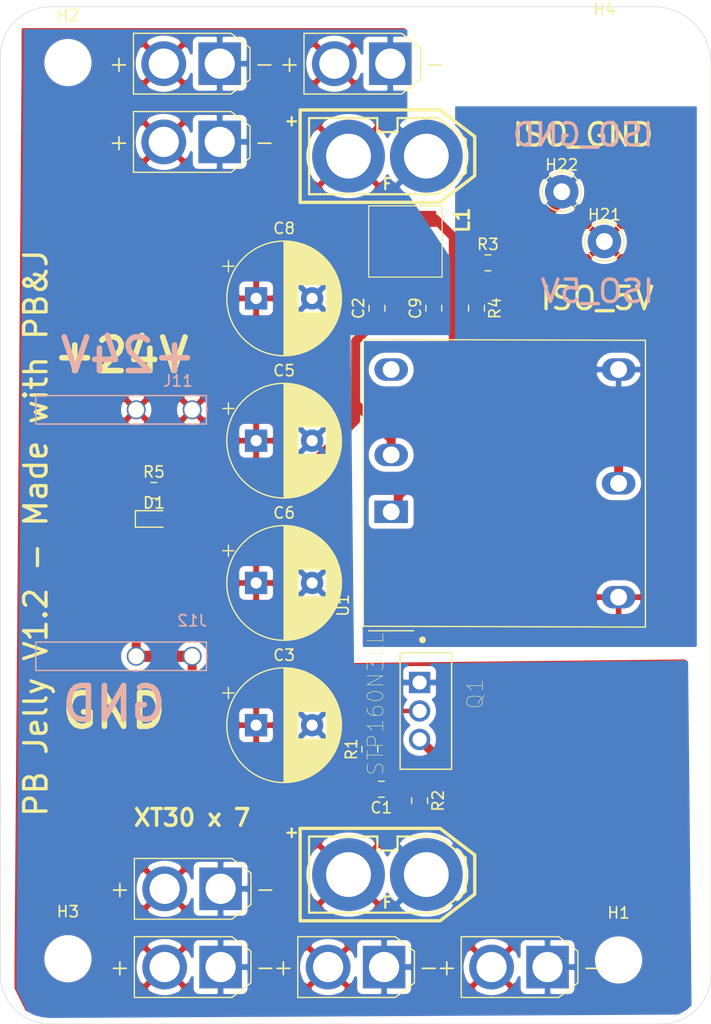
<source format=kicad_pcb>
(kicad_pcb (version 20171130) (host pcbnew "(5.1.0-0)")
  (layers (0 F.Cu signal) (31 B.Cu signal) (34 B.Paste user) (35 F.Paste user) (36 B.SilkS user) (37 F.SilkS user) (38 B.Mask user hide) (39 F.Mask user hide) (44 Edge.Cuts user))
  (net 0 "")
  (net 1 GND)
  (net 2 "Net-(C1-Pad1)")
  (net 3 +24V)
  (net 4 safe-V24)
  (net 5 5V_4A)
  (net 6 ISO_GND_5V)
  (net 7 "Net-(L1-Pad2)")
  (net 8 "Net-(R3-Pad1)")
  (net 9 "Net-(U1-Pad6)")
  (net 10 "Net-(D1-Pad2)")
  (module Converter_DCDC:Converter_DCDC_TRACO_TEN20-xxxx_THT-modified (layer F.Cu) (at 55.88 78.105 90)
    (fp_text reference U1 (at -8.3566 -4.2926 270) (layer F.SilkS))
    (fp_text value THL-25-2411)
    (pad 6 thru_hole oval (at 12.7 0 180) (size 3 2) (drill 1.5) (layers *.Cu *.Mask) (net 9 "Net-(U1-Pad6)"))
    (pad 4 thru_hole oval (at 2.54 20.32 180) (size 3 2) (drill 1.5) (layers *.Cu *.Mask) (net 8 "Net-(R3-Pad1)"))
    (pad 1 thru_hole rect (at 0 0 180) (size 3 2) (drill 1.5) (layers *.Cu *.Mask) (net 7 "Net-(L1-Pad2)"))
    (pad 2 thru_hole oval (at 5.08 0 180) (size 3 2) (drill 1.5) (layers *.Cu *.Mask) (net 1 GND))
    (pad 3 thru_hole oval (at -7.62 20.32 180) (size 3 2) (drill 1.5) (layers *.Cu *.Mask) (net 5 5V_4A))
    (pad 5 thru_hole oval (at 12.7 20.32 180) (size 3 2) (drill 1.5) (layers *.Cu *.Mask) (net 6 ISO_GND_5V))
  )
  (module TestPoint:TestPoint_THTPad_D3.0mm_Drill1.5mm (layer F.Cu) (at 71.12 49.53)
    (fp_text reference H22 (at 0 -2.398) (layer F.SilkS))
    (fp_text value MountingHole_Pad)
    (pad 1 thru_hole circle (at 0 0) (size 3 3) (drill 1.5) (layers *.Cu *.Mask) (net 6 ISO_GND_5V))
  )
  (module TestPoint:TestPoint_THTPad_D3.0mm_Drill1.5mm (layer F.Cu) (at 74.93 53.975)
    (fp_text reference H21 (at 0 -2.398) (layer F.SilkS))
    (fp_text value MountingHole_Pad)
    (pad 1 thru_hole circle (at 0 0) (size 3 3) (drill 1.5) (layers *.Cu *.Mask) (net 5 5V_4A))
  )
  (module MountingHole:MountingHole_3.2mm_M3 (layer F.Cu) (at 74.93 37.465)
    (fp_text reference H4 (at 0 -4.2) (layer F.SilkS))
    (fp_text value MountingHole)
    (pad 1 np_thru_hole circle (at 0 0) (size 3.2 3.2) (drill 3.2) (layers *.Cu *.Mask))
  )
  (module Resistor_SMD:R_0805_2012Metric_Pad1.15x1.40mm_HandSolder (layer F.Cu) (at 63.5 59.935 270)
    (fp_text reference R4 (at 0 -1.65 270) (layer F.SilkS))
    (fp_text value OP)
    (pad 2 smd roundrect (at 1.025 0 270) (size 1.15 1.4) (layers F.Cu F.Paste F.Mask) (roundrect_rratio 0.217391) (net 5 5V_4A))
    (pad 1 smd roundrect (at -1.025 0 270) (size 1.15 1.4) (layers F.Cu F.Paste F.Mask) (roundrect_rratio 0.217391) (net 8 "Net-(R3-Pad1)"))
  )
  (module Resistor_SMD:R_0805_2012Metric_Pad1.15x1.40mm_HandSolder (layer F.Cu) (at 64.525 55.88)
    (fp_text reference R3 (at 0 -1.65) (layer F.SilkS))
    (fp_text value OP)
    (pad 2 smd roundrect (at 1.025 0) (size 1.15 1.4) (layers F.Cu F.Paste F.Mask) (roundrect_rratio 0.217391) (net 6 ISO_GND_5V))
    (pad 1 smd roundrect (at -1.025 0) (size 1.15 1.4) (layers F.Cu F.Paste F.Mask) (roundrect_rratio 0.217391) (net 8 "Net-(R3-Pad1)"))
  )
  (module LED_SMD:LED_0603_1608Metric_Pad1.05x0.95mm_HandSolder (layer F.Cu) (at 34.685 78.74)
    (fp_text reference D1 (at 0 -1.43) (layer F.SilkS))
    (fp_text value LED)
    (pad 2 smd roundrect (at 0.875 0) (size 1.05 0.95) (layers F.Cu F.Paste F.Mask) (net 10 "Net-(D1-Pad2)"))
    (pad 1 smd roundrect (at -0.875 0) (size 1.05 0.95) (layers F.Cu F.Paste F.Mask) (net 1 GND))
  )
  (module Resistor_SMD:R_0805_2012Metric_Pad1.15x1.40mm_HandSolder (layer F.Cu) (at 34.68 76.2)
    (fp_text reference R5 (at 0 -1.65) (layer F.SilkS))
    (fp_text value 10K)
    (pad 2 smd roundrect (at 1.025 0) (size 1.15 1.4) (layers F.Cu F.Paste F.Mask) (roundrect_rratio 0.217391) (net 10 "Net-(D1-Pad2)"))
    (pad 1 smd roundrect (at -1.025 0) (size 1.15 1.4) (layers F.Cu F.Paste F.Mask) (roundrect_rratio 0.217391) (net 3 +24V))
  )
  (module innductor_special:XEL6060-152MEC (layer F.Cu) (at 57.15 53.975 90)
    (fp_text reference L1 (at 1.905 5.08 90) (layer F.SilkS) (effects (font (size 1.27 1.27) (thickness 0.254))))
    (fp_text value INDUCTOR hide)
    (pad 2 smd rect (at 2.02 0 90) (size 1.43 5.5) (layers F.Cu F.Paste) (net 7 "Net-(L1-Pad2)"))
    (pad 1 smd rect (at -2.02 0 90) (size 1.43 5.5) (layers F.Cu F.Paste) (net 3 +24V))
  )
  (module MountingHole:MountingHole_3.2mm_M3 (layer F.Cu) (at 27 118)
    (fp_text reference H3 (at 0 -4.2) (layer F.SilkS))
    (fp_text value MountingHole)
    (pad 1 np_thru_hole circle (at 0 0) (size 3.2 3.2) (drill 3.2) (layers *.Cu *.Mask))
  )
  (module MountingHole:MountingHole_3.2mm_M3 (layer F.Cu) (at 27 38)
    (fp_text reference H2 (at 0 -4.2) (layer F.SilkS))
    (fp_text value MountingHole)
    (pad 1 np_thru_hole circle (at 0 0) (size 3.2 3.2) (drill 3.2) (layers *.Cu *.Mask))
  )
  (module MountingHole:MountingHole_3.2mm_M3 (layer F.Cu) (at 76.2 118.11)
    (fp_text reference H1 (at 0 -4.2) (layer F.SilkS))
    (fp_text value MountingHole)
    (pad 1 np_thru_hole circle (at 0 0) (size 3.2 3.2) (drill 3.2) (layers *.Cu *.Mask))
  )
  (module Connector:battery_conector_powerpack (layer F.Cu) (at 38.1 91 180)
    (fp_text reference J12 (at 0 3.175 180) (layer B.SilkS) (effects (justify mirror)))
    (fp_text value Conn_01x02_Female)
    (pad 2 thru_hole circle (at 5 0 180) (size 1.7 1.7) (drill 1.3) (layers *.Cu *.Mask) (net 1 GND))
    (pad 1 thru_hole circle (at 0 0 180) (size 1.7 1.7) (drill 1.3) (layers *.Cu *.Mask) (net 1 GND))
  )
  (module Connector:battery_conector_powerpack (layer F.Cu) (at 38.1 69 180)
    (fp_text reference J11 (at 1.27 2.58 180) (layer B.SilkS))
    (fp_text value Conn_01x02_Female)
    (pad 2 thru_hole circle (at 5 0 180) (size 1.7 1.7) (drill 1.3) (layers *.Cu *.Mask) (net 3 +24V))
    (pad 1 thru_hole circle (at 0 0 180) (size 1.7 1.7) (drill 1.3) (layers *.Cu *.Mask) (net 3 +24V))
  )
  (module Capacitor_SMD:C_0805_2012Metric_Pad1.15x1.40mm_HandSolder (layer F.Cu) (at 59.69 59.935 90)
    (fp_text reference C9 (at 0 -1.65 90) (layer F.SilkS))
    (fp_text value 3.3UF)
    (pad 2 smd roundrect (at 1.025 0 90) (size 1.15 1.4) (layers F.Cu F.Paste F.Mask) (roundrect_rratio 0.217391) (net 3 +24V))
    (pad 1 smd roundrect (at -1.025 0 90) (size 1.15 1.4) (layers F.Cu F.Paste F.Mask) (roundrect_rratio 0.217391) (net 1 GND))
  )
  (module TO254P1040X460X1935-3:TO254P1040X460X1935-3 (layer F.Cu) (at 58.42 93.345 270)
    (fp_text reference Q1 (at 1.01743 -4.96597 270) (layer F.SilkS) (effects (font (size 1.40197 1.40197) (thickness 0.05))))
    (fp_text value STP160N3LL (at 1.90661 3.93433 270) (layer F.SilkS) (effects (font (size 1.40119 1.40119) (thickness 0.05))))
    (pad 3 thru_hole circle (at 5.08 0 270) (size 1.91 1.91) (drill 1.27) (layers *.Cu *.Mask) (net 1 GND))
    (pad 2 thru_hole circle (at 2.54 0 270) (size 1.91 1.91) (drill 1.27) (layers *.Cu *.Mask) (net 2 "Net-(C1-Pad1)"))
    (pad 1 thru_hole rect (at 0 0 270) (size 1.91 1.91) (drill 1.27) (layers *.Cu *.Mask) (net 4 safe-V24))
  )
  (module Resistor_SMD:R_0805_2012Metric_Pad1.15x1.40mm_HandSolder (layer F.Cu) (at 58.42 103.895 270)
    (fp_text reference R2 (at 0 -1.65 270) (layer F.SilkS))
    (fp_text value 1K)
    (pad 2 smd roundrect (at 1.025 0 270) (size 1.15 1.4) (layers F.Cu F.Paste F.Mask) (roundrect_rratio 0.217391) (net 1 GND))
    (pad 1 smd roundrect (at -1.025 0 270) (size 1.15 1.4) (layers F.Cu F.Paste F.Mask) (roundrect_rratio 0.217391) (net 2 "Net-(C1-Pad1)"))
  )
  (module Resistor_SMD:R_0805_2012Metric_Pad1.15x1.40mm_HandSolder (layer F.Cu) (at 53.975 99.305 90)
    (fp_text reference R1 (at 0 -1.65 90) (layer F.SilkS))
    (fp_text value 1K)
    (pad 2 smd roundrect (at 1.025 0 90) (size 1.15 1.4) (layers F.Cu F.Paste F.Mask) (roundrect_rratio 0.217391) (net 2 "Net-(C1-Pad1)"))
    (pad 1 smd roundrect (at -1.025 0 90) (size 1.15 1.4) (layers F.Cu F.Paste F.Mask) (roundrect_rratio 0.217391) (net 3 +24V))
  )
  (module RC-Battery-Connectors:XT-60_female (layer F.Cu) (at 55.545 46.355)
    (fp_text reference J10 hide)
    (fp_text value Conn_01x02_Female hide)
    (fp_text user + (at -8.555 -3.175) (layer F.SilkS) (effects (font (thickness 0.2))))
    (fp_text user F (at 0 2.5) (layer F.SilkS) (effects (font (thickness 0.2))))
    (pad 2 thru_hole circle (at -3.475 0) (size 6.5 6.5) (drill 4) (layers *.Cu *.Mask) (net 3 +24V))
    (pad 1 thru_hole circle (at 3.475 0) (size 6.5 6.5) (drill 4) (layers *.Cu *.Mask) (net 4 safe-V24))
  )
  (module RC-Battery-Connectors:XT-60_female (layer F.Cu) (at 55.545 110.49)
    (fp_text reference J9 hide)
    (fp_text value Conn_01x02_Female hide)
    (fp_text user + (at -8.555 -3.81) (layer F.SilkS) (effects (font (thickness 0.2))))
    (fp_text user F (at 0 2.5) (layer F.SilkS) (effects (font (thickness 0.2))))
    (pad 2 thru_hole circle (at -3.475 0) (size 6.5 6.5) (drill 4) (layers *.Cu *.Mask) (net 3 +24V))
    (pad 1 thru_hole circle (at 3.475 0) (size 6.5 6.5) (drill 4) (layers *.Cu *.Mask) (net 4 safe-V24))
  )
  (module Connector_AMASS:AMASS_XT30U-F_1x02_P5.0mm_Vertical (layer F.Cu) (at 40.56 45.085 180)
    (fp_text reference J7 hide)
    (fp_text value Conn_01x02_Female)
    (fp_text user - (at -4 0 180) (layer F.SilkS) (effects (font (size 1.5 1.5))))
    (fp_text user + (at 9 0 180) (layer F.SilkS) (effects (font (size 1.5 1.5))))
    (pad 2 thru_hole circle (at 5 0 180) (size 4 4) (drill 2.7) (layers *.Cu *.Mask) (net 3 +24V))
    (pad 1 thru_hole rect (at 0 0 180) (size 3.8 3.8) (drill 2.7) (layers *.Cu *.Mask) (net 4 safe-V24))
  )
  (module Connector_AMASS:AMASS_XT30U-F_1x02_P5.0mm_Vertical (layer F.Cu) (at 40.64 111.76 180)
    (fp_text reference J6 hide)
    (fp_text value Conn_01x02_Female)
    (fp_text user - (at -4 0 180) (layer F.SilkS) (effects (font (size 1.5 1.5))))
    (fp_text user + (at 9 0 180) (layer F.SilkS) (effects (font (size 1.5 1.5))))
    (pad 2 thru_hole circle (at 5 0 180) (size 4 4) (drill 2.7) (layers *.Cu *.Mask) (net 3 +24V))
    (pad 1 thru_hole rect (at 0 0 180) (size 3.8 3.8) (drill 2.7) (layers *.Cu *.Mask) (net 4 safe-V24))
  )
  (module Connector_AMASS:AMASS_XT30U-F_1x02_P5.0mm_Vertical (layer F.Cu) (at 55.245 118.745 180)
    (fp_text reference J5 hide)
    (fp_text value Conn_01x02_Female)
    (fp_text user - (at -4 0 180) (layer F.SilkS) (effects (font (size 1.5 1.5))))
    (fp_text user + (at 9 0 180) (layer F.SilkS) (effects (font (size 1.5 1.5))))
    (pad 2 thru_hole circle (at 5 0 180) (size 4 4) (drill 2.7) (layers *.Cu *.Mask) (net 3 +24V))
    (pad 1 thru_hole rect (at 0 0 180) (size 3.8 3.8) (drill 2.7) (layers *.Cu *.Mask) (net 4 safe-V24))
  )
  (module Connector_AMASS:AMASS_XT30U-F_1x02_P5.0mm_Vertical (layer F.Cu) (at 40.56 38.1 180)
    (fp_text reference J4 hide)
    (fp_text value Conn_01x02_Female)
    (fp_text user - (at -4 0 180) (layer F.SilkS) (effects (font (size 1.5 1.5))))
    (fp_text user + (at 9 0 180) (layer F.SilkS) (effects (font (size 1.5 1.5))))
    (pad 2 thru_hole circle (at 5 0 180) (size 4 4) (drill 2.7) (layers *.Cu *.Mask) (net 3 +24V))
    (pad 1 thru_hole rect (at 0 0 180) (size 3.8 3.8) (drill 2.7) (layers *.Cu *.Mask) (net 4 safe-V24))
  )
  (module Connector_AMASS:AMASS_XT30U-F_1x02_P5.0mm_Vertical (layer F.Cu) (at 69.85 118.745 180)
    (fp_text reference J3 hide)
    (fp_text value Conn_01x02_Female)
    (fp_text user - (at -4 0 180) (layer F.SilkS) (effects (font (size 1.5 1.5))))
    (fp_text user + (at 9 0 180) (layer F.SilkS) (effects (font (size 1.5 1.5))))
    (pad 2 thru_hole circle (at 5 0 180) (size 4 4) (drill 2.7) (layers *.Cu *.Mask) (net 3 +24V))
    (pad 1 thru_hole rect (at 0 0 180) (size 3.8 3.8) (drill 2.7) (layers *.Cu *.Mask) (net 4 safe-V24))
  )
  (module Connector_AMASS:AMASS_XT30U-F_1x02_P5.0mm_Vertical (layer F.Cu) (at 40.64 118.745 180)
    (fp_text reference J2 hide)
    (fp_text value Conn_01x02_Female)
    (fp_text user - (at -4 0 180) (layer F.SilkS) (effects (font (size 1.5 1.5))))
    (fp_text user + (at 9 0 180) (layer F.SilkS) (effects (font (size 1.5 1.5))))
    (pad 2 thru_hole circle (at 5 0 180) (size 4 4) (drill 2.7) (layers *.Cu *.Mask) (net 3 +24V))
    (pad 1 thru_hole rect (at 0 0 180) (size 3.8 3.8) (drill 2.7) (layers *.Cu *.Mask) (net 4 safe-V24))
  )
  (module Connector_AMASS:AMASS_XT30U-F_1x02_P5.0mm_Vertical (layer F.Cu) (at 55.8 38.1 180)
    (fp_text reference J1 hide)
    (fp_text value Conn_01x02_Female)
    (fp_text user - (at -4 0 180) (layer F.SilkS) (effects (font (size 1.5 1.5))))
    (fp_text user + (at 9 0 180) (layer F.SilkS) (effects (font (size 1.5 1.5))))
    (pad 2 thru_hole circle (at 5 0 180) (size 4 4) (drill 2.7) (layers *.Cu *.Mask) (net 3 +24V))
    (pad 1 thru_hole rect (at 0 0 180) (size 3.8 3.8) (drill 2.7) (layers *.Cu *.Mask) (net 4 safe-V24))
  )
  (module Capacitor_THT:CP_Radial_D10.0mm_P5.00mm (layer F.Cu) (at 43.815 59.055)
    (fp_text reference C8 (at 2.5 -6.25) (layer F.SilkS))
    (fp_text value 470UF)
    (pad 2 thru_hole circle (at 5 0) (size 2 2) (drill 1) (layers *.Cu *.Mask) (net 4 safe-V24))
    (pad 1 thru_hole rect (at 0 0) (size 2 2) (drill 1) (layers *.Cu *.Mask) (net 3 +24V))
  )
  (module Capacitor_THT:CP_Radial_D10.0mm_P5.00mm (layer F.Cu) (at 43.815 84.455)
    (fp_text reference C6 (at 2.5 -6.25) (layer F.SilkS))
    (fp_text value 470UF)
    (pad 2 thru_hole circle (at 5 0) (size 2 2) (drill 1) (layers *.Cu *.Mask) (net 4 safe-V24))
    (pad 1 thru_hole rect (at 0 0) (size 2 2) (drill 1) (layers *.Cu *.Mask) (net 3 +24V))
  )
  (module Capacitor_THT:CP_Radial_D10.0mm_P5.00mm (layer F.Cu) (at 43.815 71.755)
    (fp_text reference C5 (at 2.5 -6.25) (layer F.SilkS))
    (fp_text value 470UF)
    (pad 2 thru_hole circle (at 5 0) (size 2 2) (drill 1) (layers *.Cu *.Mask) (net 4 safe-V24))
    (pad 1 thru_hole rect (at 0 0) (size 2 2) (drill 1) (layers *.Cu *.Mask) (net 3 +24V))
  )
  (module Capacitor_THT:CP_Radial_D10.0mm_P5.00mm (layer F.Cu) (at 43.815 97.155)
    (fp_text reference C3 (at 2.5 -6.25) (layer F.SilkS))
    (fp_text value 470UF)
    (pad 2 thru_hole circle (at 5 0) (size 2 2) (drill 1) (layers *.Cu *.Mask) (net 4 safe-V24))
    (pad 1 thru_hole rect (at 0 0) (size 2 2) (drill 1) (layers *.Cu *.Mask) (net 3 +24V))
  )
  (module Capacitor_SMD:C_0805_2012Metric_Pad1.15x1.40mm_HandSolder (layer F.Cu) (at 54.61 59.935 90)
    (fp_text reference C2 (at 0 -1.65 90) (layer F.SilkS))
    (fp_text value 3.3UF)
    (pad 2 smd roundrect (at 1.025 0 90) (size 1.15 1.4) (layers F.Cu F.Paste F.Mask) (roundrect_rratio 0.217391) (net 3 +24V))
    (pad 1 smd roundrect (at -1.025 0 90) (size 1.15 1.4) (layers F.Cu F.Paste F.Mask) (roundrect_rratio 0.217391) (net 1 GND))
  )
  (module Capacitor_SMD:C_0805_2012Metric_Pad1.15x1.40mm_HandSolder (layer F.Cu) (at 55 102.87 180)
    (fp_text reference C1 (at 0 -1.65 180) (layer F.SilkS))
    (fp_text value .1UF)
    (pad 2 smd roundrect (at 1.025 0 180) (size 1.15 1.4) (layers F.Cu F.Paste F.Mask) (roundrect_rratio 0.217391) (net 1 GND))
    (pad 1 smd roundrect (at -1.025 0 180) (size 1.15 1.4) (layers F.Cu F.Paste F.Mask) (roundrect_rratio 0.217391) (net 2 "Net-(C1-Pad1)"))
  )
  (gr_text "XT30 x 7\n" (at 38.1 105.41) (layer F.SilkS) (effects (font (size 1.5 1.5) (thickness 0.3))))
  (gr_text ISO_5V (at 74.295 59.055) (layer F.SilkS) (effects (font (size 2 2) (thickness 0.3))))
  (gr_text ISO_5V (at 74.295 58.42) (layer B.SilkS) (effects (font (size 2 2) (thickness 0.3)) (justify mirror)))
  (gr_text ISO_GND (at 73.025 44.45) (layer B.SilkS) (effects (font (size 2 2) (thickness 0.3)) (justify mirror)))
  (gr_text ISO_GND (at 73.025 44.45) (layer F.SilkS) (effects (font (size 2 2) (thickness 0.3))))
  (gr_text GND (at 31.115 95.25) (layer B.SilkS) (effects (font (size 3 3) (thickness 0.5)) (justify mirror)))
  (gr_text GND (at 31.115 95.885) (layer F.SilkS) (effects (font (size 3 3) (thickness 0.5))))
  (gr_text +24V (at 32.385 64.135) (layer B.SilkS) (effects (font (size 3 3) (thickness 0.5)) (justify mirror)))
  (gr_text +24V (at 31.75 64.135) (layer F.SilkS) (effects (font (size 3 3) (thickness 0.5))))
  (gr_text "PB Jelly V1.2 - Made with PB&J" (at 24.13 80.01 90) (layer F.SilkS) (effects (font (size 2 2) (thickness 0.3))))
  (gr_arc (start 79.375 38.1) (end 84.455 38.1) (angle -90) (layer Edge.Cuts) (width 0.05))
  (gr_line (start 20.955 37.465) (end 20.955 43.18) (layer Edge.Cuts) (width 0.05))
  (gr_line (start 25.4 33.02) (end 29.21 33.02) (layer Edge.Cuts) (width 0.05))
  (gr_arc (start 25.4 37.465) (end 25.4 33.02) (angle -90) (layer Edge.Cuts) (width 0.05))
  (gr_line (start 25.4 123.825) (end 32.385 123.825) (layer Edge.Cuts) (width 0.05))
  (gr_arc (start 25.4 119.38) (end 20.955 119.38) (angle -90) (layer Edge.Cuts) (width 0.05))
  (gr_arc (start 80.01 119.38) (end 80.01 123.825) (angle -90) (layer Edge.Cuts) (width 0.05))
  (gr_line (start 84.455 38.1) (end 84.455 119.38) (layer Edge.Cuts) (width 0.05))
  (gr_line (start 29.21 33.02) (end 79.375 33.02) (layer Edge.Cuts) (width 0.05))
  (gr_line (start 20.955 119.38) (end 20.955 43.18) (layer Edge.Cuts) (width 0.05))
  (gr_line (start 80.01 123.825) (end 32.385 123.825) (layer Edge.Cuts) (width 0.05))
  (segment (start 54.61 60.96) (end 59.69 60.96) (width 0.8) (layer F.Cu) (net 1))
  (segment (start 56.025 104.92) (end 53.975 102.87) (width 0.8) (layer F.Cu) (net 1))
  (segment (start 58.42 104.92) (end 56.025 104.92) (width 0.8) (layer F.Cu) (net 1))
  (segment (start 52.705 68.45) (end 55.88 71.625) (width 0.8) (layer F.Cu) (net 1))
  (segment (start 52.705 62.865) (end 52.705 68.45) (width 0.8) (layer F.Cu) (net 1))
  (segment (start 55.88 71.625) (end 55.88 73.025) (width 0.8) (layer F.Cu) (net 1))
  (segment (start 54.61 60.96) (end 52.705 62.865) (width 0.8) (layer F.Cu) (net 1))
  (segment (start 34.309072 79.239072) (end 33.81 78.74) (width 0.8) (layer F.Cu) (net 1))
  (segment (start 34.68501 79.61501) (end 34.309072 79.239072) (width 0.8) (layer F.Cu) (net 1))
  (segment (start 43.026992 80.645) (end 34.68501 80.645) (width 0.8) (layer F.Cu) (net 1))
  (segment (start 52.705 69.937002) (end 43.026992 79.61501) (width 0.8) (layer F.Cu) (net 1))
  (segment (start 52.705 68.45) (end 52.705 69.937002) (width 0.8) (layer F.Cu) (net 1))
  (segment (start 33.1 81.20002) (end 34.68501 79.61501) (width 0.8) (layer F.Cu) (net 1))
  (segment (start 33.1 91) (end 33.1 81.20002) (width 0.8) (layer F.Cu) (net 1))
  (segment (start 33.1 91) (end 38.1 91) (width 1) (layer F.Cu) (net 1))
  (segment (start 38.1 91) (end 38.1 96.52) (width 0.8) (layer F.Cu) (net 1))
  (segment (start 44.45 102.87) (end 53.975 102.87) (width 0.8) (layer F.Cu) (net 1))
  (segment (start 38.1 96.52) (end 44.45 102.87) (width 0.8) (layer F.Cu) (net 1))
  (segment (start 58.42 104.92) (end 61.45 104.92) (width 0.8) (layer F.Cu) (net 1))
  (segment (start 61.45 104.92) (end 62.23 104.14) (width 0.8) (layer F.Cu) (net 1))
  (segment (start 62.23 102.235) (end 58.42 98.425) (width 0.8) (layer F.Cu) (net 1))
  (segment (start 62.23 104.14) (end 62.23 102.235) (width 0.8) (layer F.Cu) (net 1))
  (segment (start 34.68501 80.645) (end 34.68501 79.61501) (width 0.8) (layer F.Cu) (net 1))
  (segment (start 43.026992 80.645) (end 43.026992 79.61501) (width 0.8) (layer F.Cu) (net 1))
  (segment (start 56.37 95.885) (end 53.975 98.28) (width 0.4) (layer F.Cu) (net 2))
  (segment (start 58.42 95.885) (end 56.37 95.885) (width 0.4) (layer F.Cu) (net 2))
  (segment (start 56.025 100.33) (end 56.025 102.87) (width 0.4) (layer F.Cu) (net 2))
  (segment (start 53.975 98.28) (end 56.025 100.33) (width 0.4) (layer F.Cu) (net 2))
  (segment (start 56.025 102.87) (end 58.42 102.87) (width 0.4) (layer F.Cu) (net 2))
  (segment (start 71.12 50.31) (end 71.12 49.53) (width 0.8) (layer F.Cu) (net 6))
  (segment (start 65.55 55.88) (end 71.12 50.31) (width 0.8) (layer F.Cu) (net 6))
  (segment (start 59.82 51.955) (end 57.785 51.955) (width 0.8) (layer F.Cu) (net 7))
  (segment (start 61.42501 71.79499) (end 61.42501 53.56001) (width 0.8) (layer F.Cu) (net 7))
  (segment (start 61.42501 53.56001) (end 59.82 51.955) (width 0.8) (layer F.Cu) (net 7))
  (segment (start 56.515 76.705) (end 61.42501 71.79499) (width 0.8) (layer F.Cu) (net 7))
  (segment (start 56.515 78.105) (end 56.515 76.705) (width 0.8) (layer F.Cu) (net 7))
  (segment (start 76.2 71.61) (end 63.5 58.91) (width 0.8) (layer F.Cu) (net 8))
  (segment (start 76.2 75.565) (end 76.2 71.61) (width 0.8) (layer F.Cu) (net 8))
  (segment (start 63.5 55.88) (end 63.5 58.91) (width 0.8) (layer F.Cu) (net 8))
  (segment (start 35.56 76.345) (end 35.705 76.2) (width 0.4) (layer F.Cu) (net 10))
  (segment (start 35.56 78.74) (end 35.56 76.345) (width 0.4) (layer F.Cu) (net 10))
  (zone (net 3) (net_name +24V) (layer F.Cu) (connect_pads (clearance 0.508)) (min_thickness 0.254) (fill yes (arc_segments 32) (thermal_gap 0.508) (thermal_bridge_width 0.508))
    (polygon (pts (xy 22.225 118.745) (xy 22.86 38.1) (xy 22.86 34.925) (xy 57.15 34.925) (xy 57.15 49.53) (xy 60.96 55.245) (xy 60.96 62.23) (xy 52.07 62.23) (xy 52.3875 91.59875) (xy 82.2325 91.28125) (xy 82.55 122.8725) (xy 23.495 123.19) (xy 22.225 120.65)))
  )
  (zone (net 6) (net_name ISO_GND_5V) (layer B.Cu) (connect_pads (clearance 0.508)) (min_thickness 0.254) (fill yes (arc_segments 32) (thermal_gap 0.508) (thermal_bridge_width 0.508))
    (polygon (pts (xy 81.915 90.17) (xy 53.34 90.17) (xy 53.34 62.865) (xy 61.595 62.865) (xy 61.595 41.91) (xy 83.185 41.91) (xy 83.185 90.17)))
  )
  (zone (net 5) (net_name 5V_4A) (layer F.Cu) (connect_pads (clearance 0.508)) (min_thickness 0.254) (fill yes (arc_segments 32) (thermal_gap 0.508) (thermal_bridge_width 0.508))
    (polygon (pts (xy 81.915 90.17) (xy 53.34 90.17) (xy 53.34 62.865) (xy 61.595 62.865) (xy 61.595 41.91) (xy 83.185 41.91) (xy 83.185 90.17)))
  )
  (zone (net 4) (net_name safe-V24) (layer B.Cu) (connect_pads (clearance 0.508)) (min_thickness 0.254) (fill yes (arc_segments 32) (thermal_gap 0.508) (thermal_bridge_width 0.508))
    (polygon (pts (xy 22.401596 118.853802) (xy 23.036596 38.208802) (xy 23.036596 35.033802) (xy 57.326596 35.033802) (xy 57.326596 49.638802) (xy 61.136596 55.353802) (xy 61.136596 62.338802) (xy 52.246596 62.338802) (xy 52.564096 91.707552) (xy 82.409096 91.390052) (xy 82.726596 122.981302) (xy 23.671596 123.298802) (xy 22.401596 120.758802)))
  )
)
</source>
